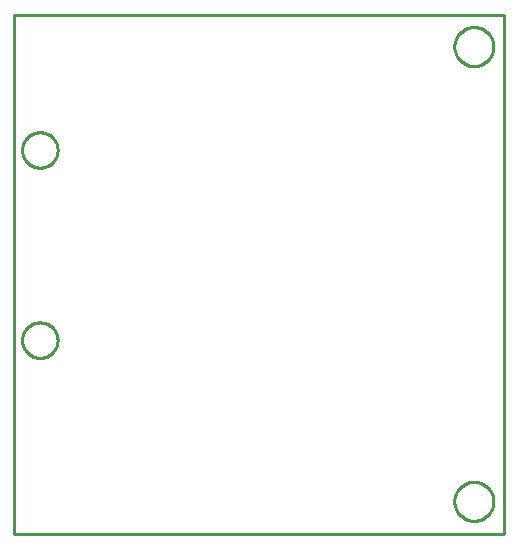
<source format=gbr>
G04 EAGLE Gerber RS-274X export*
G75*
%MOMM*%
%FSLAX34Y34*%
%LPD*%
%IN*%
%IPPOS*%
%AMOC8*
5,1,8,0,0,1.08239X$1,22.5*%
G01*
%ADD10C,0.254000*%


D10*
X40000Y30000D02*
X455000Y30000D01*
X455000Y470000D01*
X40000Y470000D01*
X40000Y30000D01*
X77000Y354964D02*
X76924Y353896D01*
X76771Y352835D01*
X76543Y351788D01*
X76241Y350760D01*
X75867Y349756D01*
X75422Y348781D01*
X74908Y347841D01*
X74329Y346940D01*
X73687Y346082D01*
X72985Y345272D01*
X72228Y344515D01*
X71418Y343813D01*
X70560Y343171D01*
X69659Y342592D01*
X68719Y342078D01*
X67744Y341633D01*
X66740Y341259D01*
X65712Y340957D01*
X64665Y340729D01*
X63604Y340576D01*
X62536Y340500D01*
X61464Y340500D01*
X60396Y340576D01*
X59335Y340729D01*
X58288Y340957D01*
X57260Y341259D01*
X56256Y341633D01*
X55281Y342078D01*
X54341Y342592D01*
X53440Y343171D01*
X52582Y343813D01*
X51772Y344515D01*
X51015Y345272D01*
X50313Y346082D01*
X49671Y346940D01*
X49092Y347841D01*
X48578Y348781D01*
X48133Y349756D01*
X47759Y350760D01*
X47457Y351788D01*
X47229Y352835D01*
X47076Y353896D01*
X47000Y354964D01*
X47000Y356036D01*
X47076Y357104D01*
X47229Y358165D01*
X47457Y359212D01*
X47759Y360240D01*
X48133Y361244D01*
X48578Y362219D01*
X49092Y363159D01*
X49671Y364060D01*
X50313Y364918D01*
X51015Y365728D01*
X51772Y366485D01*
X52582Y367187D01*
X53440Y367829D01*
X54341Y368408D01*
X55281Y368922D01*
X56256Y369367D01*
X57260Y369741D01*
X58288Y370043D01*
X59335Y370271D01*
X60396Y370424D01*
X61464Y370500D01*
X62536Y370500D01*
X63604Y370424D01*
X64665Y370271D01*
X65712Y370043D01*
X66740Y369741D01*
X67744Y369367D01*
X68719Y368922D01*
X69659Y368408D01*
X70560Y367829D01*
X71418Y367187D01*
X72228Y366485D01*
X72985Y365728D01*
X73687Y364918D01*
X74329Y364060D01*
X74908Y363159D01*
X75422Y362219D01*
X75867Y361244D01*
X76241Y360240D01*
X76543Y359212D01*
X76771Y358165D01*
X76924Y357104D01*
X77000Y356036D01*
X77000Y354964D01*
X77000Y193964D02*
X76924Y192896D01*
X76771Y191835D01*
X76543Y190788D01*
X76241Y189760D01*
X75867Y188756D01*
X75422Y187781D01*
X74908Y186841D01*
X74329Y185940D01*
X73687Y185082D01*
X72985Y184272D01*
X72228Y183515D01*
X71418Y182813D01*
X70560Y182171D01*
X69659Y181592D01*
X68719Y181078D01*
X67744Y180633D01*
X66740Y180259D01*
X65712Y179957D01*
X64665Y179729D01*
X63604Y179576D01*
X62536Y179500D01*
X61464Y179500D01*
X60396Y179576D01*
X59335Y179729D01*
X58288Y179957D01*
X57260Y180259D01*
X56256Y180633D01*
X55281Y181078D01*
X54341Y181592D01*
X53440Y182171D01*
X52582Y182813D01*
X51772Y183515D01*
X51015Y184272D01*
X50313Y185082D01*
X49671Y185940D01*
X49092Y186841D01*
X48578Y187781D01*
X48133Y188756D01*
X47759Y189760D01*
X47457Y190788D01*
X47229Y191835D01*
X47076Y192896D01*
X47000Y193964D01*
X47000Y195036D01*
X47076Y196104D01*
X47229Y197165D01*
X47457Y198212D01*
X47759Y199240D01*
X48133Y200244D01*
X48578Y201219D01*
X49092Y202159D01*
X49671Y203060D01*
X50313Y203918D01*
X51015Y204728D01*
X51772Y205485D01*
X52582Y206187D01*
X53440Y206829D01*
X54341Y207408D01*
X55281Y207922D01*
X56256Y208367D01*
X57260Y208741D01*
X58288Y209043D01*
X59335Y209271D01*
X60396Y209424D01*
X61464Y209500D01*
X62536Y209500D01*
X63604Y209424D01*
X64665Y209271D01*
X65712Y209043D01*
X66740Y208741D01*
X67744Y208367D01*
X68719Y207922D01*
X69659Y207408D01*
X70560Y206829D01*
X71418Y206187D01*
X72228Y205485D01*
X72985Y204728D01*
X73687Y203918D01*
X74329Y203060D01*
X74908Y202159D01*
X75422Y201219D01*
X75867Y200244D01*
X76241Y199240D01*
X76543Y198212D01*
X76771Y197165D01*
X76924Y196104D01*
X77000Y195036D01*
X77000Y193964D01*
X430040Y74500D02*
X431118Y74429D01*
X432189Y74288D01*
X433249Y74078D01*
X434292Y73798D01*
X435315Y73451D01*
X436313Y73037D01*
X437282Y72560D01*
X438218Y72019D01*
X439116Y71419D01*
X439973Y70762D01*
X440785Y70049D01*
X441549Y69285D01*
X442262Y68473D01*
X442919Y67616D01*
X443519Y66718D01*
X444060Y65782D01*
X444537Y64813D01*
X444951Y63815D01*
X445298Y62792D01*
X445578Y61749D01*
X445788Y60689D01*
X445929Y59618D01*
X446000Y58540D01*
X446000Y57460D01*
X445929Y56382D01*
X445788Y55311D01*
X445578Y54251D01*
X445298Y53208D01*
X444951Y52185D01*
X444537Y51187D01*
X444060Y50218D01*
X443519Y49282D01*
X442919Y48384D01*
X442262Y47527D01*
X441549Y46715D01*
X440785Y45951D01*
X439973Y45239D01*
X439116Y44581D01*
X438218Y43981D01*
X437282Y43441D01*
X436313Y42963D01*
X435315Y42549D01*
X434292Y42202D01*
X433249Y41922D01*
X432189Y41712D01*
X431118Y41571D01*
X430040Y41500D01*
X428960Y41500D01*
X427882Y41571D01*
X426811Y41712D01*
X425751Y41922D01*
X424708Y42202D01*
X423685Y42549D01*
X422687Y42963D01*
X421718Y43441D01*
X420782Y43981D01*
X419884Y44581D01*
X419027Y45239D01*
X418215Y45951D01*
X417451Y46715D01*
X416739Y47527D01*
X416081Y48384D01*
X415481Y49282D01*
X414941Y50218D01*
X414463Y51187D01*
X414049Y52185D01*
X413702Y53208D01*
X413422Y54251D01*
X413212Y55311D01*
X413071Y56382D01*
X413000Y57460D01*
X413000Y58540D01*
X413071Y59618D01*
X413212Y60689D01*
X413422Y61749D01*
X413702Y62792D01*
X414049Y63815D01*
X414463Y64813D01*
X414941Y65782D01*
X415481Y66718D01*
X416081Y67616D01*
X416739Y68473D01*
X417451Y69285D01*
X418215Y70049D01*
X419027Y70762D01*
X419884Y71419D01*
X420782Y72019D01*
X421718Y72560D01*
X422687Y73037D01*
X423685Y73451D01*
X424708Y73798D01*
X425751Y74078D01*
X426811Y74288D01*
X427882Y74429D01*
X428960Y74500D01*
X430040Y74500D01*
X430040Y459500D02*
X431118Y459429D01*
X432189Y459288D01*
X433249Y459078D01*
X434292Y458798D01*
X435315Y458451D01*
X436313Y458037D01*
X437282Y457560D01*
X438218Y457019D01*
X439116Y456419D01*
X439973Y455762D01*
X440785Y455049D01*
X441549Y454285D01*
X442262Y453473D01*
X442919Y452616D01*
X443519Y451718D01*
X444060Y450782D01*
X444537Y449813D01*
X444951Y448815D01*
X445298Y447792D01*
X445578Y446749D01*
X445788Y445689D01*
X445929Y444618D01*
X446000Y443540D01*
X446000Y442460D01*
X445929Y441382D01*
X445788Y440311D01*
X445578Y439251D01*
X445298Y438208D01*
X444951Y437185D01*
X444537Y436187D01*
X444060Y435218D01*
X443519Y434282D01*
X442919Y433384D01*
X442262Y432527D01*
X441549Y431715D01*
X440785Y430951D01*
X439973Y430239D01*
X439116Y429581D01*
X438218Y428981D01*
X437282Y428441D01*
X436313Y427963D01*
X435315Y427549D01*
X434292Y427202D01*
X433249Y426922D01*
X432189Y426712D01*
X431118Y426571D01*
X430040Y426500D01*
X428960Y426500D01*
X427882Y426571D01*
X426811Y426712D01*
X425751Y426922D01*
X424708Y427202D01*
X423685Y427549D01*
X422687Y427963D01*
X421718Y428441D01*
X420782Y428981D01*
X419884Y429581D01*
X419027Y430239D01*
X418215Y430951D01*
X417451Y431715D01*
X416739Y432527D01*
X416081Y433384D01*
X415481Y434282D01*
X414941Y435218D01*
X414463Y436187D01*
X414049Y437185D01*
X413702Y438208D01*
X413422Y439251D01*
X413212Y440311D01*
X413071Y441382D01*
X413000Y442460D01*
X413000Y443540D01*
X413071Y444618D01*
X413212Y445689D01*
X413422Y446749D01*
X413702Y447792D01*
X414049Y448815D01*
X414463Y449813D01*
X414941Y450782D01*
X415481Y451718D01*
X416081Y452616D01*
X416739Y453473D01*
X417451Y454285D01*
X418215Y455049D01*
X419027Y455762D01*
X419884Y456419D01*
X420782Y457019D01*
X421718Y457560D01*
X422687Y458037D01*
X423685Y458451D01*
X424708Y458798D01*
X425751Y459078D01*
X426811Y459288D01*
X427882Y459429D01*
X428960Y459500D01*
X430040Y459500D01*
M02*

</source>
